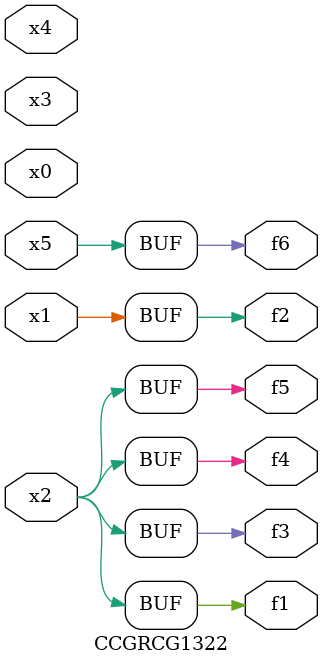
<source format=v>
module CCGRCG1322(
	input x0, x1, x2, x3, x4, x5,
	output f1, f2, f3, f4, f5, f6
);
	assign f1 = x2;
	assign f2 = x1;
	assign f3 = x2;
	assign f4 = x2;
	assign f5 = x2;
	assign f6 = x5;
endmodule

</source>
